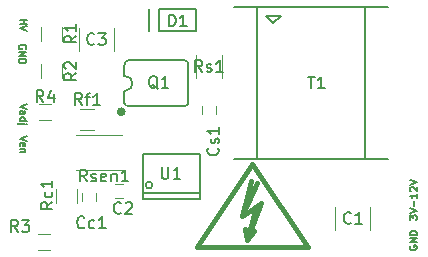
<source format=gto>
%TF.GenerationSoftware,KiCad,Pcbnew,5.0.2-bee76a0~70~ubuntu18.04.1*%
%TF.CreationDate,2019-09-23T12:17:33+02:00*%
%TF.ProjectId,HVPS_SMD,48565053-5f53-44d4-942e-6b696361645f,rev?*%
%TF.SameCoordinates,Original*%
%TF.FileFunction,Legend,Top*%
%TF.FilePolarity,Positive*%
%FSLAX46Y46*%
G04 Gerber Fmt 4.6, Leading zero omitted, Abs format (unit mm)*
G04 Created by KiCad (PCBNEW 5.0.2-bee76a0~70~ubuntu18.04.1) date Mo 23 Sep 2019 12:17:33 CEST*
%MOMM*%
%LPD*%
G01*
G04 APERTURE LIST*
%ADD10C,0.127000*%
%ADD11C,0.381000*%
%ADD12C,0.120000*%
%ADD13C,0.203200*%
%ADD14C,0.002540*%
%ADD15C,0.150000*%
G04 APERTURE END LIST*
D10*
X182358571Y-72941428D02*
X181758571Y-73141428D01*
X182358571Y-73341428D01*
X181787142Y-73770000D02*
X181758571Y-73712857D01*
X181758571Y-73598571D01*
X181787142Y-73541428D01*
X181844285Y-73512857D01*
X182072857Y-73512857D01*
X182130000Y-73541428D01*
X182158571Y-73598571D01*
X182158571Y-73712857D01*
X182130000Y-73770000D01*
X182072857Y-73798571D01*
X182015714Y-73798571D01*
X181958571Y-73512857D01*
X182158571Y-74055714D02*
X181758571Y-74055714D01*
X182101428Y-74055714D02*
X182130000Y-74084285D01*
X182158571Y-74141428D01*
X182158571Y-74227142D01*
X182130000Y-74284285D01*
X182072857Y-74312857D01*
X181758571Y-74312857D01*
X182338571Y-70234285D02*
X181738571Y-70434285D01*
X182338571Y-70634285D01*
X181738571Y-71091428D02*
X182052857Y-71091428D01*
X182110000Y-71062857D01*
X182138571Y-71005714D01*
X182138571Y-70891428D01*
X182110000Y-70834285D01*
X181767142Y-71091428D02*
X181738571Y-71034285D01*
X181738571Y-70891428D01*
X181767142Y-70834285D01*
X181824285Y-70805714D01*
X181881428Y-70805714D01*
X181938571Y-70834285D01*
X181967142Y-70891428D01*
X181967142Y-71034285D01*
X181995714Y-71091428D01*
X181738571Y-71634285D02*
X182338571Y-71634285D01*
X181767142Y-71634285D02*
X181738571Y-71577142D01*
X181738571Y-71462857D01*
X181767142Y-71405714D01*
X181795714Y-71377142D01*
X181852857Y-71348571D01*
X182024285Y-71348571D01*
X182081428Y-71377142D01*
X182110000Y-71405714D01*
X182138571Y-71462857D01*
X182138571Y-71577142D01*
X182110000Y-71634285D01*
X182138571Y-71920000D02*
X181624285Y-71920000D01*
X181567142Y-71891428D01*
X181538571Y-71834285D01*
X181538571Y-71805714D01*
X182338571Y-71920000D02*
X182310000Y-71891428D01*
X182281428Y-71920000D01*
X182310000Y-71948571D01*
X182338571Y-71920000D01*
X182281428Y-71920000D01*
X182240000Y-65532857D02*
X182268571Y-65475714D01*
X182268571Y-65390000D01*
X182240000Y-65304285D01*
X182182857Y-65247142D01*
X182125714Y-65218571D01*
X182011428Y-65190000D01*
X181925714Y-65190000D01*
X181811428Y-65218571D01*
X181754285Y-65247142D01*
X181697142Y-65304285D01*
X181668571Y-65390000D01*
X181668571Y-65447142D01*
X181697142Y-65532857D01*
X181725714Y-65561428D01*
X181925714Y-65561428D01*
X181925714Y-65447142D01*
X181668571Y-65818571D02*
X182268571Y-65818571D01*
X181668571Y-66161428D01*
X182268571Y-66161428D01*
X181668571Y-66447142D02*
X182268571Y-66447142D01*
X182268571Y-66590000D01*
X182240000Y-66675714D01*
X182182857Y-66732857D01*
X182125714Y-66761428D01*
X182011428Y-66790000D01*
X181925714Y-66790000D01*
X181811428Y-66761428D01*
X181754285Y-66732857D01*
X181697142Y-66675714D01*
X181668571Y-66590000D01*
X181668571Y-66447142D01*
X181778571Y-63081428D02*
X182378571Y-63081428D01*
X182092857Y-63081428D02*
X182092857Y-63424285D01*
X181778571Y-63424285D02*
X182378571Y-63424285D01*
X182378571Y-63624285D02*
X181778571Y-63824285D01*
X182378571Y-64024285D01*
X214770000Y-82227142D02*
X214741428Y-82284285D01*
X214741428Y-82370000D01*
X214770000Y-82455714D01*
X214827142Y-82512857D01*
X214884285Y-82541428D01*
X214998571Y-82570000D01*
X215084285Y-82570000D01*
X215198571Y-82541428D01*
X215255714Y-82512857D01*
X215312857Y-82455714D01*
X215341428Y-82370000D01*
X215341428Y-82312857D01*
X215312857Y-82227142D01*
X215284285Y-82198571D01*
X215084285Y-82198571D01*
X215084285Y-82312857D01*
X215341428Y-81941428D02*
X214741428Y-81941428D01*
X215341428Y-81598571D01*
X214741428Y-81598571D01*
X215341428Y-81312857D02*
X214741428Y-81312857D01*
X214741428Y-81170000D01*
X214770000Y-81084285D01*
X214827142Y-81027142D01*
X214884285Y-80998571D01*
X214998571Y-80970000D01*
X215084285Y-80970000D01*
X215198571Y-80998571D01*
X215255714Y-81027142D01*
X215312857Y-81084285D01*
X215341428Y-81170000D01*
X215341428Y-81312857D01*
X214761428Y-80007142D02*
X214761428Y-79635714D01*
X214990000Y-79835714D01*
X214990000Y-79750000D01*
X215018571Y-79692857D01*
X215047142Y-79664285D01*
X215104285Y-79635714D01*
X215247142Y-79635714D01*
X215304285Y-79664285D01*
X215332857Y-79692857D01*
X215361428Y-79750000D01*
X215361428Y-79921428D01*
X215332857Y-79978571D01*
X215304285Y-80007142D01*
X214761428Y-79464285D02*
X215361428Y-79264285D01*
X214761428Y-79064285D01*
X215132857Y-78864285D02*
X215132857Y-78407142D01*
X215361428Y-77807142D02*
X215361428Y-78150000D01*
X215361428Y-77978571D02*
X214761428Y-77978571D01*
X214847142Y-78035714D01*
X214904285Y-78092857D01*
X214932857Y-78150000D01*
X214818571Y-77578571D02*
X214790000Y-77550000D01*
X214761428Y-77492857D01*
X214761428Y-77350000D01*
X214790000Y-77292857D01*
X214818571Y-77264285D01*
X214875714Y-77235714D01*
X214932857Y-77235714D01*
X215018571Y-77264285D01*
X215361428Y-77607142D01*
X215361428Y-77235714D01*
X214761428Y-77064285D02*
X215361428Y-76864285D01*
X214761428Y-76664285D01*
D11*
X200924160Y-81701640D02*
X202123040Y-78602840D01*
X202123040Y-78602840D02*
X201523600Y-79001620D01*
X200522840Y-79702660D02*
X201823320Y-76901040D01*
X200924160Y-81701640D02*
X201523600Y-81003140D01*
X201322940Y-76702920D02*
X200522840Y-79702660D01*
X200522840Y-79702660D02*
X201721720Y-78902560D01*
X201721720Y-78902560D02*
X200924160Y-81701640D01*
X200924160Y-81701640D02*
X200822560Y-80802480D01*
X201422000Y-75311000D02*
X206121000Y-82296000D01*
X206121000Y-82296000D02*
X196723000Y-82296000D01*
X196723000Y-82296000D02*
X201422000Y-75311000D01*
D12*
X211411000Y-80907000D02*
X211411000Y-78907000D01*
X208451000Y-78907000D02*
X208451000Y-80907000D01*
X189769000Y-76997000D02*
X190469000Y-76997000D01*
X190469000Y-78197000D02*
X189769000Y-78197000D01*
X189694000Y-65770000D02*
X189694000Y-63770000D01*
X186734000Y-63770000D02*
X186734000Y-65770000D01*
X188179000Y-77755000D02*
X188179000Y-78455000D01*
X186979000Y-78455000D02*
X186979000Y-77755000D01*
X198339000Y-70389000D02*
X198339000Y-71089000D01*
X197139000Y-71089000D02*
X197139000Y-70389000D01*
D10*
X193497200Y-62166500D02*
X196646800Y-62166500D01*
X196646800Y-62166500D02*
X196646800Y-64071500D01*
X196646800Y-64071500D02*
X193497200Y-64071500D01*
X193497200Y-64071500D02*
X193497200Y-62166500D01*
X192659000Y-62166500D02*
X192659000Y-64071500D01*
D13*
X195630800Y-66502280D02*
X190957200Y-66502280D01*
X190957200Y-70393560D02*
X195729860Y-70393560D01*
X196011800Y-70012560D02*
X196011800Y-66883280D01*
X190576200Y-66997580D02*
X190576200Y-67838320D01*
X190576200Y-70111620D02*
X190576200Y-69108320D01*
D14*
G36*
X190596520Y-70827900D02*
X190588900Y-70756780D01*
X190566040Y-70690740D01*
X190527940Y-70629780D01*
X190477140Y-70578980D01*
X190416180Y-70540880D01*
X190350140Y-70518020D01*
X190279020Y-70510400D01*
X190207900Y-70518020D01*
X190141860Y-70540880D01*
X190080900Y-70578980D01*
X190030100Y-70629780D01*
X189992000Y-70690740D01*
X189969140Y-70756780D01*
X189961520Y-70827900D01*
X189969140Y-70899020D01*
X189992000Y-70965060D01*
X190030100Y-71026020D01*
X190080900Y-71076820D01*
X190141860Y-71114920D01*
X190207900Y-71137780D01*
X190279020Y-71145400D01*
X190350140Y-71137780D01*
X190416180Y-71114920D01*
X190477140Y-71076820D01*
X190527940Y-71026020D01*
X190566040Y-70965060D01*
X190588900Y-70899020D01*
X190596520Y-70827900D01*
X190596520Y-70827900D01*
G37*
X190596520Y-70827900D02*
X190588900Y-70756780D01*
X190566040Y-70690740D01*
X190527940Y-70629780D01*
X190477140Y-70578980D01*
X190416180Y-70540880D01*
X190350140Y-70518020D01*
X190279020Y-70510400D01*
X190207900Y-70518020D01*
X190141860Y-70540880D01*
X190080900Y-70578980D01*
X190030100Y-70629780D01*
X189992000Y-70690740D01*
X189969140Y-70756780D01*
X189961520Y-70827900D01*
X189969140Y-70899020D01*
X189992000Y-70965060D01*
X190030100Y-71026020D01*
X190080900Y-71076820D01*
X190141860Y-71114920D01*
X190207900Y-71137780D01*
X190279020Y-71145400D01*
X190350140Y-71137780D01*
X190416180Y-71114920D01*
X190477140Y-71076820D01*
X190527940Y-71026020D01*
X190566040Y-70965060D01*
X190588900Y-70899020D01*
X190596520Y-70827900D01*
D13*
X195727320Y-70393560D02*
G75*
G03X196011800Y-70012560I-48260J332740D01*
G01*
X190957200Y-66502280D02*
G75*
G03X190576200Y-66984880I50800J-431800D01*
G01*
X196011800Y-66883280D02*
G75*
G03X195630800Y-66502280I-381000J0D01*
G01*
X190578740Y-70111620D02*
G75*
G03X190957200Y-70393560I330200J48260D01*
G01*
X190627000Y-69108320D02*
G75*
G03X190627000Y-67838320I0J635000D01*
G01*
D12*
X183524000Y-64862000D02*
X183524000Y-63662000D01*
X185284000Y-63662000D02*
X185284000Y-64862000D01*
X183524000Y-68037000D02*
X183524000Y-66837000D01*
X185284000Y-66837000D02*
X185284000Y-68037000D01*
X183269000Y-81235000D02*
X184269000Y-81235000D01*
X184269000Y-82595000D02*
X183269000Y-82595000D01*
X184396000Y-71546000D02*
X183396000Y-71546000D01*
X183396000Y-70186000D02*
X184396000Y-70186000D01*
X184794000Y-78578000D02*
X184794000Y-77378000D01*
X186554000Y-77378000D02*
X186554000Y-78578000D01*
X188052000Y-72381000D02*
X186852000Y-72381000D01*
X186852000Y-70621000D02*
X188052000Y-70621000D01*
X198809000Y-66056000D02*
X198809000Y-68056000D01*
X196669000Y-68056000D02*
X196669000Y-66056000D01*
X186518000Y-72815000D02*
X190418000Y-72815000D01*
X190418000Y-75775000D02*
X186518000Y-75775000D01*
D10*
X203835000Y-62738000D02*
X203200000Y-63373000D01*
X203200000Y-63373000D02*
X202565000Y-62738000D01*
X202565000Y-62738000D02*
X203835000Y-62738000D01*
X212874860Y-62003940D02*
X199875140Y-62003940D01*
X199875140Y-74902060D02*
X212874860Y-74902060D01*
X210974940Y-62103000D02*
X210974940Y-74803000D01*
X201775060Y-62103000D02*
X201775060Y-74803000D01*
D13*
X196961760Y-74427080D02*
X196961760Y-77726540D01*
X196961760Y-77726540D02*
X196961760Y-78226920D01*
X196961760Y-78226920D02*
X192166240Y-78226920D01*
X192166240Y-78226920D02*
X192166240Y-77726540D01*
X192166240Y-77726540D02*
X192166240Y-74427080D01*
X192166240Y-74427080D02*
X196961760Y-74427080D01*
X196961760Y-77726540D02*
X192166240Y-77726540D01*
D10*
X192940940Y-77089000D02*
G75*
G03X192940940Y-77089000I-281940J0D01*
G01*
D15*
X209764333Y-80264142D02*
X209716714Y-80311761D01*
X209573857Y-80359380D01*
X209478619Y-80359380D01*
X209335761Y-80311761D01*
X209240523Y-80216523D01*
X209192904Y-80121285D01*
X209145285Y-79930809D01*
X209145285Y-79787952D01*
X209192904Y-79597476D01*
X209240523Y-79502238D01*
X209335761Y-79407000D01*
X209478619Y-79359380D01*
X209573857Y-79359380D01*
X209716714Y-79407000D01*
X209764333Y-79454619D01*
X210716714Y-80359380D02*
X210145285Y-80359380D01*
X210431000Y-80359380D02*
X210431000Y-79359380D01*
X210335761Y-79502238D01*
X210240523Y-79597476D01*
X210145285Y-79645095D01*
X190303333Y-79417142D02*
X190255714Y-79464761D01*
X190112857Y-79512380D01*
X190017619Y-79512380D01*
X189874761Y-79464761D01*
X189779523Y-79369523D01*
X189731904Y-79274285D01*
X189684285Y-79083809D01*
X189684285Y-78940952D01*
X189731904Y-78750476D01*
X189779523Y-78655238D01*
X189874761Y-78560000D01*
X190017619Y-78512380D01*
X190112857Y-78512380D01*
X190255714Y-78560000D01*
X190303333Y-78607619D01*
X190684285Y-78607619D02*
X190731904Y-78560000D01*
X190827142Y-78512380D01*
X191065238Y-78512380D01*
X191160476Y-78560000D01*
X191208095Y-78607619D01*
X191255714Y-78702857D01*
X191255714Y-78798095D01*
X191208095Y-78940952D01*
X190636666Y-79512380D01*
X191255714Y-79512380D01*
X188047333Y-65127142D02*
X187999714Y-65174761D01*
X187856857Y-65222380D01*
X187761619Y-65222380D01*
X187618761Y-65174761D01*
X187523523Y-65079523D01*
X187475904Y-64984285D01*
X187428285Y-64793809D01*
X187428285Y-64650952D01*
X187475904Y-64460476D01*
X187523523Y-64365238D01*
X187618761Y-64270000D01*
X187761619Y-64222380D01*
X187856857Y-64222380D01*
X187999714Y-64270000D01*
X188047333Y-64317619D01*
X188380666Y-64222380D02*
X188999714Y-64222380D01*
X188666380Y-64603333D01*
X188809238Y-64603333D01*
X188904476Y-64650952D01*
X188952095Y-64698571D01*
X188999714Y-64793809D01*
X188999714Y-65031904D01*
X188952095Y-65127142D01*
X188904476Y-65174761D01*
X188809238Y-65222380D01*
X188523523Y-65222380D01*
X188428285Y-65174761D01*
X188380666Y-65127142D01*
X187194761Y-80647142D02*
X187147142Y-80694761D01*
X187004285Y-80742380D01*
X186909047Y-80742380D01*
X186766190Y-80694761D01*
X186670952Y-80599523D01*
X186623333Y-80504285D01*
X186575714Y-80313809D01*
X186575714Y-80170952D01*
X186623333Y-79980476D01*
X186670952Y-79885238D01*
X186766190Y-79790000D01*
X186909047Y-79742380D01*
X187004285Y-79742380D01*
X187147142Y-79790000D01*
X187194761Y-79837619D01*
X188051904Y-80694761D02*
X187956666Y-80742380D01*
X187766190Y-80742380D01*
X187670952Y-80694761D01*
X187623333Y-80647142D01*
X187575714Y-80551904D01*
X187575714Y-80266190D01*
X187623333Y-80170952D01*
X187670952Y-80123333D01*
X187766190Y-80075714D01*
X187956666Y-80075714D01*
X188051904Y-80123333D01*
X189004285Y-80742380D02*
X188432857Y-80742380D01*
X188718571Y-80742380D02*
X188718571Y-79742380D01*
X188623333Y-79885238D01*
X188528095Y-79980476D01*
X188432857Y-80028095D01*
X198497142Y-73941428D02*
X198544761Y-73989047D01*
X198592380Y-74131904D01*
X198592380Y-74227142D01*
X198544761Y-74370000D01*
X198449523Y-74465238D01*
X198354285Y-74512857D01*
X198163809Y-74560476D01*
X198020952Y-74560476D01*
X197830476Y-74512857D01*
X197735238Y-74465238D01*
X197640000Y-74370000D01*
X197592380Y-74227142D01*
X197592380Y-74131904D01*
X197640000Y-73989047D01*
X197687619Y-73941428D01*
X198544761Y-73560476D02*
X198592380Y-73465238D01*
X198592380Y-73274761D01*
X198544761Y-73179523D01*
X198449523Y-73131904D01*
X198401904Y-73131904D01*
X198306666Y-73179523D01*
X198259047Y-73274761D01*
X198259047Y-73417619D01*
X198211428Y-73512857D01*
X198116190Y-73560476D01*
X198068571Y-73560476D01*
X197973333Y-73512857D01*
X197925714Y-73417619D01*
X197925714Y-73274761D01*
X197973333Y-73179523D01*
X198592380Y-72179523D02*
X198592380Y-72750952D01*
X198592380Y-72465238D02*
X197592380Y-72465238D01*
X197735238Y-72560476D01*
X197830476Y-72655714D01*
X197878095Y-72750952D01*
X194341904Y-63652380D02*
X194341904Y-62652380D01*
X194580000Y-62652380D01*
X194722857Y-62700000D01*
X194818095Y-62795238D01*
X194865714Y-62890476D01*
X194913333Y-63080952D01*
X194913333Y-63223809D01*
X194865714Y-63414285D01*
X194818095Y-63509523D01*
X194722857Y-63604761D01*
X194580000Y-63652380D01*
X194341904Y-63652380D01*
X195865714Y-63652380D02*
X195294285Y-63652380D01*
X195580000Y-63652380D02*
X195580000Y-62652380D01*
X195484761Y-62795238D01*
X195389523Y-62890476D01*
X195294285Y-62938095D01*
X193414761Y-68947619D02*
X193319523Y-68900000D01*
X193224285Y-68804761D01*
X193081428Y-68661904D01*
X192986190Y-68614285D01*
X192890952Y-68614285D01*
X192938571Y-68852380D02*
X192843333Y-68804761D01*
X192748095Y-68709523D01*
X192700476Y-68519047D01*
X192700476Y-68185714D01*
X192748095Y-67995238D01*
X192843333Y-67900000D01*
X192938571Y-67852380D01*
X193129047Y-67852380D01*
X193224285Y-67900000D01*
X193319523Y-67995238D01*
X193367142Y-68185714D01*
X193367142Y-68519047D01*
X193319523Y-68709523D01*
X193224285Y-68804761D01*
X193129047Y-68852380D01*
X192938571Y-68852380D01*
X194319523Y-68852380D02*
X193748095Y-68852380D01*
X194033809Y-68852380D02*
X194033809Y-67852380D01*
X193938571Y-67995238D01*
X193843333Y-68090476D01*
X193748095Y-68138095D01*
X186507380Y-64428666D02*
X186031190Y-64762000D01*
X186507380Y-65000095D02*
X185507380Y-65000095D01*
X185507380Y-64619142D01*
X185555000Y-64523904D01*
X185602619Y-64476285D01*
X185697857Y-64428666D01*
X185840714Y-64428666D01*
X185935952Y-64476285D01*
X185983571Y-64523904D01*
X186031190Y-64619142D01*
X186031190Y-65000095D01*
X186507380Y-63476285D02*
X186507380Y-64047714D01*
X186507380Y-63762000D02*
X185507380Y-63762000D01*
X185650238Y-63857238D01*
X185745476Y-63952476D01*
X185793095Y-64047714D01*
X186507380Y-67603666D02*
X186031190Y-67937000D01*
X186507380Y-68175095D02*
X185507380Y-68175095D01*
X185507380Y-67794142D01*
X185555000Y-67698904D01*
X185602619Y-67651285D01*
X185697857Y-67603666D01*
X185840714Y-67603666D01*
X185935952Y-67651285D01*
X185983571Y-67698904D01*
X186031190Y-67794142D01*
X186031190Y-68175095D01*
X185602619Y-67222714D02*
X185555000Y-67175095D01*
X185507380Y-67079857D01*
X185507380Y-66841761D01*
X185555000Y-66746523D01*
X185602619Y-66698904D01*
X185697857Y-66651285D01*
X185793095Y-66651285D01*
X185935952Y-66698904D01*
X186507380Y-67270333D01*
X186507380Y-66651285D01*
X181563333Y-81042380D02*
X181230000Y-80566190D01*
X180991904Y-81042380D02*
X180991904Y-80042380D01*
X181372857Y-80042380D01*
X181468095Y-80090000D01*
X181515714Y-80137619D01*
X181563333Y-80232857D01*
X181563333Y-80375714D01*
X181515714Y-80470952D01*
X181468095Y-80518571D01*
X181372857Y-80566190D01*
X180991904Y-80566190D01*
X181896666Y-80042380D02*
X182515714Y-80042380D01*
X182182380Y-80423333D01*
X182325238Y-80423333D01*
X182420476Y-80470952D01*
X182468095Y-80518571D01*
X182515714Y-80613809D01*
X182515714Y-80851904D01*
X182468095Y-80947142D01*
X182420476Y-80994761D01*
X182325238Y-81042380D01*
X182039523Y-81042380D01*
X181944285Y-80994761D01*
X181896666Y-80947142D01*
X183729333Y-70048380D02*
X183396000Y-69572190D01*
X183157904Y-70048380D02*
X183157904Y-69048380D01*
X183538857Y-69048380D01*
X183634095Y-69096000D01*
X183681714Y-69143619D01*
X183729333Y-69238857D01*
X183729333Y-69381714D01*
X183681714Y-69476952D01*
X183634095Y-69524571D01*
X183538857Y-69572190D01*
X183157904Y-69572190D01*
X184586476Y-69381714D02*
X184586476Y-70048380D01*
X184348380Y-69000761D02*
X184110285Y-69715047D01*
X184729333Y-69715047D01*
X184492380Y-78515238D02*
X184016190Y-78848571D01*
X184492380Y-79086666D02*
X183492380Y-79086666D01*
X183492380Y-78705714D01*
X183540000Y-78610476D01*
X183587619Y-78562857D01*
X183682857Y-78515238D01*
X183825714Y-78515238D01*
X183920952Y-78562857D01*
X183968571Y-78610476D01*
X184016190Y-78705714D01*
X184016190Y-79086666D01*
X184444761Y-77658095D02*
X184492380Y-77753333D01*
X184492380Y-77943809D01*
X184444761Y-78039047D01*
X184397142Y-78086666D01*
X184301904Y-78134285D01*
X184016190Y-78134285D01*
X183920952Y-78086666D01*
X183873333Y-78039047D01*
X183825714Y-77943809D01*
X183825714Y-77753333D01*
X183873333Y-77658095D01*
X184492380Y-76705714D02*
X184492380Y-77277142D01*
X184492380Y-76991428D02*
X183492380Y-76991428D01*
X183635238Y-77086666D01*
X183730476Y-77181904D01*
X183778095Y-77277142D01*
X186999619Y-70302380D02*
X186666285Y-69826190D01*
X186428190Y-70302380D02*
X186428190Y-69302380D01*
X186809142Y-69302380D01*
X186904380Y-69350000D01*
X186952000Y-69397619D01*
X186999619Y-69492857D01*
X186999619Y-69635714D01*
X186952000Y-69730952D01*
X186904380Y-69778571D01*
X186809142Y-69826190D01*
X186428190Y-69826190D01*
X187285333Y-69635714D02*
X187666285Y-69635714D01*
X187428190Y-70302380D02*
X187428190Y-69445238D01*
X187475809Y-69350000D01*
X187571047Y-69302380D01*
X187666285Y-69302380D01*
X188523428Y-70302380D02*
X187952000Y-70302380D01*
X188237714Y-70302380D02*
X188237714Y-69302380D01*
X188142476Y-69445238D01*
X188047238Y-69540476D01*
X187952000Y-69588095D01*
X197167571Y-67508380D02*
X196834238Y-67032190D01*
X196596142Y-67508380D02*
X196596142Y-66508380D01*
X196977095Y-66508380D01*
X197072333Y-66556000D01*
X197119952Y-66603619D01*
X197167571Y-66698857D01*
X197167571Y-66841714D01*
X197119952Y-66936952D01*
X197072333Y-66984571D01*
X196977095Y-67032190D01*
X196596142Y-67032190D01*
X197548523Y-67460761D02*
X197643761Y-67508380D01*
X197834238Y-67508380D01*
X197929476Y-67460761D01*
X197977095Y-67365523D01*
X197977095Y-67317904D01*
X197929476Y-67222666D01*
X197834238Y-67175047D01*
X197691380Y-67175047D01*
X197596142Y-67127428D01*
X197548523Y-67032190D01*
X197548523Y-66984571D01*
X197596142Y-66889333D01*
X197691380Y-66841714D01*
X197834238Y-66841714D01*
X197929476Y-66889333D01*
X198929476Y-67508380D02*
X198358047Y-67508380D01*
X198643761Y-67508380D02*
X198643761Y-66508380D01*
X198548523Y-66651238D01*
X198453285Y-66746476D01*
X198358047Y-66794095D01*
X187396619Y-76779380D02*
X187063285Y-76303190D01*
X186825190Y-76779380D02*
X186825190Y-75779380D01*
X187206142Y-75779380D01*
X187301380Y-75827000D01*
X187349000Y-75874619D01*
X187396619Y-75969857D01*
X187396619Y-76112714D01*
X187349000Y-76207952D01*
X187301380Y-76255571D01*
X187206142Y-76303190D01*
X186825190Y-76303190D01*
X187777571Y-76731761D02*
X187872809Y-76779380D01*
X188063285Y-76779380D01*
X188158523Y-76731761D01*
X188206142Y-76636523D01*
X188206142Y-76588904D01*
X188158523Y-76493666D01*
X188063285Y-76446047D01*
X187920428Y-76446047D01*
X187825190Y-76398428D01*
X187777571Y-76303190D01*
X187777571Y-76255571D01*
X187825190Y-76160333D01*
X187920428Y-76112714D01*
X188063285Y-76112714D01*
X188158523Y-76160333D01*
X189015666Y-76731761D02*
X188920428Y-76779380D01*
X188729952Y-76779380D01*
X188634714Y-76731761D01*
X188587095Y-76636523D01*
X188587095Y-76255571D01*
X188634714Y-76160333D01*
X188729952Y-76112714D01*
X188920428Y-76112714D01*
X189015666Y-76160333D01*
X189063285Y-76255571D01*
X189063285Y-76350809D01*
X188587095Y-76446047D01*
X189491857Y-76112714D02*
X189491857Y-76779380D01*
X189491857Y-76207952D02*
X189539476Y-76160333D01*
X189634714Y-76112714D01*
X189777571Y-76112714D01*
X189872809Y-76160333D01*
X189920428Y-76255571D01*
X189920428Y-76779380D01*
X190920428Y-76779380D02*
X190349000Y-76779380D01*
X190634714Y-76779380D02*
X190634714Y-75779380D01*
X190539476Y-75922238D01*
X190444238Y-76017476D01*
X190349000Y-76065095D01*
X206121095Y-67905380D02*
X206692523Y-67905380D01*
X206406809Y-68905380D02*
X206406809Y-67905380D01*
X207549666Y-68905380D02*
X206978238Y-68905380D01*
X207263952Y-68905380D02*
X207263952Y-67905380D01*
X207168714Y-68048238D01*
X207073476Y-68143476D01*
X206978238Y-68191095D01*
X193748095Y-75542380D02*
X193748095Y-76351904D01*
X193795714Y-76447142D01*
X193843333Y-76494761D01*
X193938571Y-76542380D01*
X194129047Y-76542380D01*
X194224285Y-76494761D01*
X194271904Y-76447142D01*
X194319523Y-76351904D01*
X194319523Y-75542380D01*
X195319523Y-76542380D02*
X194748095Y-76542380D01*
X195033809Y-76542380D02*
X195033809Y-75542380D01*
X194938571Y-75685238D01*
X194843333Y-75780476D01*
X194748095Y-75828095D01*
M02*

</source>
